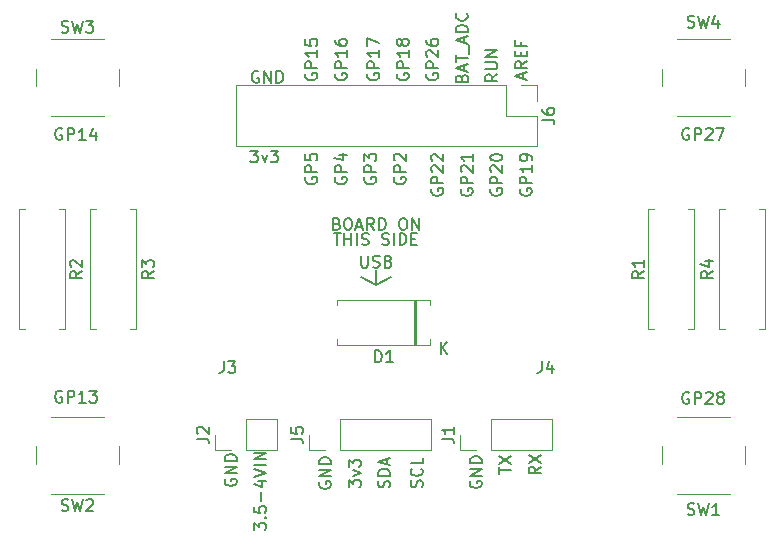
<source format=gbr>
%TF.GenerationSoftware,KiCad,Pcbnew,(6.0.5)*%
%TF.CreationDate,2023-12-03T22:55:10-05:00*%
%TF.ProjectId,lcd_128_io_board,6c63645f-3132-4385-9f69-6f5f626f6172,rev?*%
%TF.SameCoordinates,Original*%
%TF.FileFunction,Legend,Top*%
%TF.FilePolarity,Positive*%
%FSLAX46Y46*%
G04 Gerber Fmt 4.6, Leading zero omitted, Abs format (unit mm)*
G04 Created by KiCad (PCBNEW (6.0.5)) date 2023-12-03 22:55:10*
%MOMM*%
%LPD*%
G01*
G04 APERTURE LIST*
%ADD10C,0.150000*%
%ADD11C,0.120000*%
G04 APERTURE END LIST*
D10*
X127008095Y-111847380D02*
X127008095Y-112656904D01*
X127055714Y-112752142D01*
X127103333Y-112799761D01*
X127198571Y-112847380D01*
X127389047Y-112847380D01*
X127484285Y-112799761D01*
X127531904Y-112752142D01*
X127579523Y-112656904D01*
X127579523Y-111847380D01*
X128008095Y-112799761D02*
X128150952Y-112847380D01*
X128389047Y-112847380D01*
X128484285Y-112799761D01*
X128531904Y-112752142D01*
X128579523Y-112656904D01*
X128579523Y-112561666D01*
X128531904Y-112466428D01*
X128484285Y-112418809D01*
X128389047Y-112371190D01*
X128198571Y-112323571D01*
X128103333Y-112275952D01*
X128055714Y-112228333D01*
X128008095Y-112133095D01*
X128008095Y-112037857D01*
X128055714Y-111942619D01*
X128103333Y-111895000D01*
X128198571Y-111847380D01*
X128436666Y-111847380D01*
X128579523Y-111895000D01*
X129341428Y-112323571D02*
X129484285Y-112371190D01*
X129531904Y-112418809D01*
X129579523Y-112514047D01*
X129579523Y-112656904D01*
X129531904Y-112752142D01*
X129484285Y-112799761D01*
X129389047Y-112847380D01*
X129008095Y-112847380D01*
X129008095Y-111847380D01*
X129341428Y-111847380D01*
X129436666Y-111895000D01*
X129484285Y-111942619D01*
X129531904Y-112037857D01*
X129531904Y-112133095D01*
X129484285Y-112228333D01*
X129436666Y-112275952D01*
X129341428Y-112323571D01*
X129008095Y-112323571D01*
X128270000Y-114300000D02*
X127000000Y-113665000D01*
X128270000Y-114300000D02*
X129540000Y-113665000D01*
X128270000Y-113030000D02*
X128270000Y-114300000D01*
X124698571Y-109942380D02*
X125270000Y-109942380D01*
X124984285Y-110942380D02*
X124984285Y-109942380D01*
X125603333Y-110942380D02*
X125603333Y-109942380D01*
X125603333Y-110418571D02*
X126174761Y-110418571D01*
X126174761Y-110942380D02*
X126174761Y-109942380D01*
X126650952Y-110942380D02*
X126650952Y-109942380D01*
X127079523Y-110894761D02*
X127222380Y-110942380D01*
X127460476Y-110942380D01*
X127555714Y-110894761D01*
X127603333Y-110847142D01*
X127650952Y-110751904D01*
X127650952Y-110656666D01*
X127603333Y-110561428D01*
X127555714Y-110513809D01*
X127460476Y-110466190D01*
X127270000Y-110418571D01*
X127174761Y-110370952D01*
X127127142Y-110323333D01*
X127079523Y-110228095D01*
X127079523Y-110132857D01*
X127127142Y-110037619D01*
X127174761Y-109990000D01*
X127270000Y-109942380D01*
X127508095Y-109942380D01*
X127650952Y-109990000D01*
X128793809Y-110894761D02*
X128936666Y-110942380D01*
X129174761Y-110942380D01*
X129270000Y-110894761D01*
X129317619Y-110847142D01*
X129365238Y-110751904D01*
X129365238Y-110656666D01*
X129317619Y-110561428D01*
X129270000Y-110513809D01*
X129174761Y-110466190D01*
X128984285Y-110418571D01*
X128889047Y-110370952D01*
X128841428Y-110323333D01*
X128793809Y-110228095D01*
X128793809Y-110132857D01*
X128841428Y-110037619D01*
X128889047Y-109990000D01*
X128984285Y-109942380D01*
X129222380Y-109942380D01*
X129365238Y-109990000D01*
X129793809Y-110942380D02*
X129793809Y-109942380D01*
X130270000Y-110942380D02*
X130270000Y-109942380D01*
X130508095Y-109942380D01*
X130650952Y-109990000D01*
X130746190Y-110085238D01*
X130793809Y-110180476D01*
X130841428Y-110370952D01*
X130841428Y-110513809D01*
X130793809Y-110704285D01*
X130746190Y-110799523D01*
X130650952Y-110894761D01*
X130508095Y-110942380D01*
X130270000Y-110942380D01*
X131270000Y-110418571D02*
X131603333Y-110418571D01*
X131746190Y-110942380D02*
X131270000Y-110942380D01*
X131270000Y-109942380D01*
X131746190Y-109942380D01*
X124960476Y-109148571D02*
X125103333Y-109196190D01*
X125150952Y-109243809D01*
X125198571Y-109339047D01*
X125198571Y-109481904D01*
X125150952Y-109577142D01*
X125103333Y-109624761D01*
X125008095Y-109672380D01*
X124627142Y-109672380D01*
X124627142Y-108672380D01*
X124960476Y-108672380D01*
X125055714Y-108720000D01*
X125103333Y-108767619D01*
X125150952Y-108862857D01*
X125150952Y-108958095D01*
X125103333Y-109053333D01*
X125055714Y-109100952D01*
X124960476Y-109148571D01*
X124627142Y-109148571D01*
X125817619Y-108672380D02*
X126008095Y-108672380D01*
X126103333Y-108720000D01*
X126198571Y-108815238D01*
X126246190Y-109005714D01*
X126246190Y-109339047D01*
X126198571Y-109529523D01*
X126103333Y-109624761D01*
X126008095Y-109672380D01*
X125817619Y-109672380D01*
X125722380Y-109624761D01*
X125627142Y-109529523D01*
X125579523Y-109339047D01*
X125579523Y-109005714D01*
X125627142Y-108815238D01*
X125722380Y-108720000D01*
X125817619Y-108672380D01*
X126627142Y-109386666D02*
X127103333Y-109386666D01*
X126531904Y-109672380D02*
X126865238Y-108672380D01*
X127198571Y-109672380D01*
X128103333Y-109672380D02*
X127770000Y-109196190D01*
X127531904Y-109672380D02*
X127531904Y-108672380D01*
X127912857Y-108672380D01*
X128008095Y-108720000D01*
X128055714Y-108767619D01*
X128103333Y-108862857D01*
X128103333Y-109005714D01*
X128055714Y-109100952D01*
X128008095Y-109148571D01*
X127912857Y-109196190D01*
X127531904Y-109196190D01*
X128531904Y-109672380D02*
X128531904Y-108672380D01*
X128770000Y-108672380D01*
X128912857Y-108720000D01*
X129008095Y-108815238D01*
X129055714Y-108910476D01*
X129103333Y-109100952D01*
X129103333Y-109243809D01*
X129055714Y-109434285D01*
X129008095Y-109529523D01*
X128912857Y-109624761D01*
X128770000Y-109672380D01*
X128531904Y-109672380D01*
X130484285Y-108672380D02*
X130674761Y-108672380D01*
X130770000Y-108720000D01*
X130865238Y-108815238D01*
X130912857Y-109005714D01*
X130912857Y-109339047D01*
X130865238Y-109529523D01*
X130770000Y-109624761D01*
X130674761Y-109672380D01*
X130484285Y-109672380D01*
X130389047Y-109624761D01*
X130293809Y-109529523D01*
X130246190Y-109339047D01*
X130246190Y-109005714D01*
X130293809Y-108815238D01*
X130389047Y-108720000D01*
X130484285Y-108672380D01*
X131341428Y-109672380D02*
X131341428Y-108672380D01*
X131912857Y-109672380D01*
X131912857Y-108672380D01*
X154765523Y-101100000D02*
X154670285Y-101052380D01*
X154527428Y-101052380D01*
X154384571Y-101100000D01*
X154289333Y-101195238D01*
X154241714Y-101290476D01*
X154194095Y-101480952D01*
X154194095Y-101623809D01*
X154241714Y-101814285D01*
X154289333Y-101909523D01*
X154384571Y-102004761D01*
X154527428Y-102052380D01*
X154622666Y-102052380D01*
X154765523Y-102004761D01*
X154813142Y-101957142D01*
X154813142Y-101623809D01*
X154622666Y-101623809D01*
X155241714Y-102052380D02*
X155241714Y-101052380D01*
X155622666Y-101052380D01*
X155717904Y-101100000D01*
X155765523Y-101147619D01*
X155813142Y-101242857D01*
X155813142Y-101385714D01*
X155765523Y-101480952D01*
X155717904Y-101528571D01*
X155622666Y-101576190D01*
X155241714Y-101576190D01*
X156194095Y-101147619D02*
X156241714Y-101100000D01*
X156336952Y-101052380D01*
X156575047Y-101052380D01*
X156670285Y-101100000D01*
X156717904Y-101147619D01*
X156765523Y-101242857D01*
X156765523Y-101338095D01*
X156717904Y-101480952D01*
X156146476Y-102052380D01*
X156765523Y-102052380D01*
X157098857Y-101052380D02*
X157765523Y-101052380D01*
X157336952Y-102052380D01*
X154765523Y-123452000D02*
X154670285Y-123404380D01*
X154527428Y-123404380D01*
X154384571Y-123452000D01*
X154289333Y-123547238D01*
X154241714Y-123642476D01*
X154194095Y-123832952D01*
X154194095Y-123975809D01*
X154241714Y-124166285D01*
X154289333Y-124261523D01*
X154384571Y-124356761D01*
X154527428Y-124404380D01*
X154622666Y-124404380D01*
X154765523Y-124356761D01*
X154813142Y-124309142D01*
X154813142Y-123975809D01*
X154622666Y-123975809D01*
X155241714Y-124404380D02*
X155241714Y-123404380D01*
X155622666Y-123404380D01*
X155717904Y-123452000D01*
X155765523Y-123499619D01*
X155813142Y-123594857D01*
X155813142Y-123737714D01*
X155765523Y-123832952D01*
X155717904Y-123880571D01*
X155622666Y-123928190D01*
X155241714Y-123928190D01*
X156194095Y-123499619D02*
X156241714Y-123452000D01*
X156336952Y-123404380D01*
X156575047Y-123404380D01*
X156670285Y-123452000D01*
X156717904Y-123499619D01*
X156765523Y-123594857D01*
X156765523Y-123690095D01*
X156717904Y-123832952D01*
X156146476Y-124404380D01*
X156765523Y-124404380D01*
X157336952Y-123832952D02*
X157241714Y-123785333D01*
X157194095Y-123737714D01*
X157146476Y-123642476D01*
X157146476Y-123594857D01*
X157194095Y-123499619D01*
X157241714Y-123452000D01*
X157336952Y-123404380D01*
X157527428Y-123404380D01*
X157622666Y-123452000D01*
X157670285Y-123499619D01*
X157717904Y-123594857D01*
X157717904Y-123642476D01*
X157670285Y-123737714D01*
X157622666Y-123785333D01*
X157527428Y-123832952D01*
X157336952Y-123832952D01*
X157241714Y-123880571D01*
X157194095Y-123928190D01*
X157146476Y-124023428D01*
X157146476Y-124213904D01*
X157194095Y-124309142D01*
X157241714Y-124356761D01*
X157336952Y-124404380D01*
X157527428Y-124404380D01*
X157622666Y-124356761D01*
X157670285Y-124309142D01*
X157717904Y-124213904D01*
X157717904Y-124023428D01*
X157670285Y-123928190D01*
X157622666Y-123880571D01*
X157527428Y-123832952D01*
X101679523Y-123325000D02*
X101584285Y-123277380D01*
X101441428Y-123277380D01*
X101298571Y-123325000D01*
X101203333Y-123420238D01*
X101155714Y-123515476D01*
X101108095Y-123705952D01*
X101108095Y-123848809D01*
X101155714Y-124039285D01*
X101203333Y-124134523D01*
X101298571Y-124229761D01*
X101441428Y-124277380D01*
X101536666Y-124277380D01*
X101679523Y-124229761D01*
X101727142Y-124182142D01*
X101727142Y-123848809D01*
X101536666Y-123848809D01*
X102155714Y-124277380D02*
X102155714Y-123277380D01*
X102536666Y-123277380D01*
X102631904Y-123325000D01*
X102679523Y-123372619D01*
X102727142Y-123467857D01*
X102727142Y-123610714D01*
X102679523Y-123705952D01*
X102631904Y-123753571D01*
X102536666Y-123801190D01*
X102155714Y-123801190D01*
X103679523Y-124277380D02*
X103108095Y-124277380D01*
X103393809Y-124277380D02*
X103393809Y-123277380D01*
X103298571Y-123420238D01*
X103203333Y-123515476D01*
X103108095Y-123563095D01*
X104012857Y-123277380D02*
X104631904Y-123277380D01*
X104298571Y-123658333D01*
X104441428Y-123658333D01*
X104536666Y-123705952D01*
X104584285Y-123753571D01*
X104631904Y-123848809D01*
X104631904Y-124086904D01*
X104584285Y-124182142D01*
X104536666Y-124229761D01*
X104441428Y-124277380D01*
X104155714Y-124277380D01*
X104060476Y-124229761D01*
X104012857Y-124182142D01*
X101679523Y-101100000D02*
X101584285Y-101052380D01*
X101441428Y-101052380D01*
X101298571Y-101100000D01*
X101203333Y-101195238D01*
X101155714Y-101290476D01*
X101108095Y-101480952D01*
X101108095Y-101623809D01*
X101155714Y-101814285D01*
X101203333Y-101909523D01*
X101298571Y-102004761D01*
X101441428Y-102052380D01*
X101536666Y-102052380D01*
X101679523Y-102004761D01*
X101727142Y-101957142D01*
X101727142Y-101623809D01*
X101536666Y-101623809D01*
X102155714Y-102052380D02*
X102155714Y-101052380D01*
X102536666Y-101052380D01*
X102631904Y-101100000D01*
X102679523Y-101147619D01*
X102727142Y-101242857D01*
X102727142Y-101385714D01*
X102679523Y-101480952D01*
X102631904Y-101528571D01*
X102536666Y-101576190D01*
X102155714Y-101576190D01*
X103679523Y-102052380D02*
X103108095Y-102052380D01*
X103393809Y-102052380D02*
X103393809Y-101052380D01*
X103298571Y-101195238D01*
X103203333Y-101290476D01*
X103108095Y-101338095D01*
X104536666Y-101385714D02*
X104536666Y-102052380D01*
X104298571Y-101004761D02*
X104060476Y-101719047D01*
X104679523Y-101719047D01*
X133000000Y-106190476D02*
X132952380Y-106285714D01*
X132952380Y-106428571D01*
X133000000Y-106571428D01*
X133095238Y-106666666D01*
X133190476Y-106714285D01*
X133380952Y-106761904D01*
X133523809Y-106761904D01*
X133714285Y-106714285D01*
X133809523Y-106666666D01*
X133904761Y-106571428D01*
X133952380Y-106428571D01*
X133952380Y-106333333D01*
X133904761Y-106190476D01*
X133857142Y-106142857D01*
X133523809Y-106142857D01*
X133523809Y-106333333D01*
X133952380Y-105714285D02*
X132952380Y-105714285D01*
X132952380Y-105333333D01*
X133000000Y-105238095D01*
X133047619Y-105190476D01*
X133142857Y-105142857D01*
X133285714Y-105142857D01*
X133380952Y-105190476D01*
X133428571Y-105238095D01*
X133476190Y-105333333D01*
X133476190Y-105714285D01*
X133047619Y-104761904D02*
X133000000Y-104714285D01*
X132952380Y-104619047D01*
X132952380Y-104380952D01*
X133000000Y-104285714D01*
X133047619Y-104238095D01*
X133142857Y-104190476D01*
X133238095Y-104190476D01*
X133380952Y-104238095D01*
X133952380Y-104809523D01*
X133952380Y-104190476D01*
X133047619Y-103809523D02*
X133000000Y-103761904D01*
X132952380Y-103666666D01*
X132952380Y-103428571D01*
X133000000Y-103333333D01*
X133047619Y-103285714D01*
X133142857Y-103238095D01*
X133238095Y-103238095D01*
X133380952Y-103285714D01*
X133952380Y-103857142D01*
X133952380Y-103238095D01*
X124848443Y-96441319D02*
X124800823Y-96536557D01*
X124800823Y-96679414D01*
X124848443Y-96822271D01*
X124943681Y-96917509D01*
X125038919Y-96965128D01*
X125229395Y-97012747D01*
X125372252Y-97012747D01*
X125562728Y-96965128D01*
X125657966Y-96917509D01*
X125753204Y-96822271D01*
X125800823Y-96679414D01*
X125800823Y-96584176D01*
X125753204Y-96441319D01*
X125705585Y-96393700D01*
X125372252Y-96393700D01*
X125372252Y-96584176D01*
X125800823Y-95965128D02*
X124800823Y-95965128D01*
X124800823Y-95584176D01*
X124848443Y-95488938D01*
X124896062Y-95441319D01*
X124991300Y-95393700D01*
X125134157Y-95393700D01*
X125229395Y-95441319D01*
X125277014Y-95488938D01*
X125324633Y-95584176D01*
X125324633Y-95965128D01*
X125800823Y-94441319D02*
X125800823Y-95012747D01*
X125800823Y-94727033D02*
X124800823Y-94727033D01*
X124943681Y-94822271D01*
X125038919Y-94917509D01*
X125086538Y-95012747D01*
X124800823Y-93584176D02*
X124800823Y-93774652D01*
X124848443Y-93869890D01*
X124896062Y-93917509D01*
X125038919Y-94012747D01*
X125229395Y-94060366D01*
X125610347Y-94060366D01*
X125705585Y-94012747D01*
X125753204Y-93965128D01*
X125800823Y-93869890D01*
X125800823Y-93679414D01*
X125753204Y-93584176D01*
X125705585Y-93536557D01*
X125610347Y-93488938D01*
X125372252Y-93488938D01*
X125277014Y-93536557D01*
X125229395Y-93584176D01*
X125181776Y-93679414D01*
X125181776Y-93869890D01*
X125229395Y-93965128D01*
X125277014Y-94012747D01*
X125372252Y-94060366D01*
X127336255Y-105214285D02*
X127288635Y-105309523D01*
X127288635Y-105452380D01*
X127336255Y-105595238D01*
X127431493Y-105690476D01*
X127526731Y-105738095D01*
X127717207Y-105785714D01*
X127860064Y-105785714D01*
X128050540Y-105738095D01*
X128145778Y-105690476D01*
X128241016Y-105595238D01*
X128288635Y-105452380D01*
X128288635Y-105357142D01*
X128241016Y-105214285D01*
X128193397Y-105166666D01*
X127860064Y-105166666D01*
X127860064Y-105357142D01*
X128288635Y-104738095D02*
X127288635Y-104738095D01*
X127288635Y-104357142D01*
X127336255Y-104261904D01*
X127383874Y-104214285D01*
X127479112Y-104166666D01*
X127621969Y-104166666D01*
X127717207Y-104214285D01*
X127764826Y-104261904D01*
X127812445Y-104357142D01*
X127812445Y-104738095D01*
X127288635Y-103833333D02*
X127288635Y-103214285D01*
X127669588Y-103547619D01*
X127669588Y-103404761D01*
X127717207Y-103309523D01*
X127764826Y-103261904D01*
X127860064Y-103214285D01*
X128098159Y-103214285D01*
X128193397Y-103261904D01*
X128241016Y-103309523D01*
X128288635Y-103404761D01*
X128288635Y-103690476D01*
X128241016Y-103785714D01*
X128193397Y-103833333D01*
X135514826Y-96797619D02*
X135562445Y-96654761D01*
X135610064Y-96607142D01*
X135705302Y-96559523D01*
X135848159Y-96559523D01*
X135943397Y-96607142D01*
X135991016Y-96654761D01*
X136038635Y-96750000D01*
X136038635Y-97130952D01*
X135038635Y-97130952D01*
X135038635Y-96797619D01*
X135086255Y-96702380D01*
X135133874Y-96654761D01*
X135229112Y-96607142D01*
X135324350Y-96607142D01*
X135419588Y-96654761D01*
X135467207Y-96702380D01*
X135514826Y-96797619D01*
X135514826Y-97130952D01*
X135752921Y-96178571D02*
X135752921Y-95702380D01*
X136038635Y-96273809D02*
X135038635Y-95940476D01*
X136038635Y-95607142D01*
X135038635Y-95416666D02*
X135038635Y-94845238D01*
X136038635Y-95130952D02*
X135038635Y-95130952D01*
X136133874Y-94750000D02*
X136133874Y-93988095D01*
X135752921Y-93797619D02*
X135752921Y-93321428D01*
X136038635Y-93892857D02*
X135038635Y-93559523D01*
X136038635Y-93226190D01*
X136038635Y-92892857D02*
X135038635Y-92892857D01*
X135038635Y-92654761D01*
X135086255Y-92511904D01*
X135181493Y-92416666D01*
X135276731Y-92369047D01*
X135467207Y-92321428D01*
X135610064Y-92321428D01*
X135800540Y-92369047D01*
X135895778Y-92416666D01*
X135991016Y-92511904D01*
X136038635Y-92654761D01*
X136038635Y-92892857D01*
X135943397Y-91321428D02*
X135991016Y-91369047D01*
X136038635Y-91511904D01*
X136038635Y-91607142D01*
X135991016Y-91750000D01*
X135895778Y-91845238D01*
X135800540Y-91892857D01*
X135610064Y-91940476D01*
X135467207Y-91940476D01*
X135276731Y-91892857D01*
X135181493Y-91845238D01*
X135086255Y-91750000D01*
X135038635Y-91607142D01*
X135038635Y-91511904D01*
X135086255Y-91369047D01*
X135133874Y-91321428D01*
X135500000Y-106190476D02*
X135452380Y-106285714D01*
X135452380Y-106428571D01*
X135500000Y-106571428D01*
X135595238Y-106666666D01*
X135690476Y-106714285D01*
X135880952Y-106761904D01*
X136023809Y-106761904D01*
X136214285Y-106714285D01*
X136309523Y-106666666D01*
X136404761Y-106571428D01*
X136452380Y-106428571D01*
X136452380Y-106333333D01*
X136404761Y-106190476D01*
X136357142Y-106142857D01*
X136023809Y-106142857D01*
X136023809Y-106333333D01*
X136452380Y-105714285D02*
X135452380Y-105714285D01*
X135452380Y-105333333D01*
X135500000Y-105238095D01*
X135547619Y-105190476D01*
X135642857Y-105142857D01*
X135785714Y-105142857D01*
X135880952Y-105190476D01*
X135928571Y-105238095D01*
X135976190Y-105333333D01*
X135976190Y-105714285D01*
X135547619Y-104761904D02*
X135500000Y-104714285D01*
X135452380Y-104619047D01*
X135452380Y-104380952D01*
X135500000Y-104285714D01*
X135547619Y-104238095D01*
X135642857Y-104190476D01*
X135738095Y-104190476D01*
X135880952Y-104238095D01*
X136452380Y-104809523D01*
X136452380Y-104190476D01*
X136452380Y-103238095D02*
X136452380Y-103809523D01*
X136452380Y-103523809D02*
X135452380Y-103523809D01*
X135595238Y-103619047D01*
X135690476Y-103714285D01*
X135738095Y-103809523D01*
X129836255Y-105214285D02*
X129788635Y-105309523D01*
X129788635Y-105452380D01*
X129836255Y-105595238D01*
X129931493Y-105690476D01*
X130026731Y-105738095D01*
X130217207Y-105785714D01*
X130360064Y-105785714D01*
X130550540Y-105738095D01*
X130645778Y-105690476D01*
X130741016Y-105595238D01*
X130788635Y-105452380D01*
X130788635Y-105357142D01*
X130741016Y-105214285D01*
X130693397Y-105166666D01*
X130360064Y-105166666D01*
X130360064Y-105357142D01*
X130788635Y-104738095D02*
X129788635Y-104738095D01*
X129788635Y-104357142D01*
X129836255Y-104261904D01*
X129883874Y-104214285D01*
X129979112Y-104166666D01*
X130121969Y-104166666D01*
X130217207Y-104214285D01*
X130264826Y-104261904D01*
X130312445Y-104357142D01*
X130312445Y-104738095D01*
X129883874Y-103785714D02*
X129836255Y-103738095D01*
X129788635Y-103642857D01*
X129788635Y-103404761D01*
X129836255Y-103309523D01*
X129883874Y-103261904D01*
X129979112Y-103214285D01*
X130074350Y-103214285D01*
X130217207Y-103261904D01*
X130788635Y-103833333D01*
X130788635Y-103214285D01*
X117645778Y-102952380D02*
X118264826Y-102952380D01*
X117931493Y-103333333D01*
X118074350Y-103333333D01*
X118169588Y-103380952D01*
X118217207Y-103428571D01*
X118264826Y-103523809D01*
X118264826Y-103761904D01*
X118217207Y-103857142D01*
X118169588Y-103904761D01*
X118074350Y-103952380D01*
X117788635Y-103952380D01*
X117693397Y-103904761D01*
X117645778Y-103857142D01*
X118598159Y-103285714D02*
X118836255Y-103952380D01*
X119074350Y-103285714D01*
X119360064Y-102952380D02*
X119979112Y-102952380D01*
X119645778Y-103333333D01*
X119788635Y-103333333D01*
X119883874Y-103380952D01*
X119931493Y-103428571D01*
X119979112Y-103523809D01*
X119979112Y-103761904D01*
X119931493Y-103857142D01*
X119883874Y-103904761D01*
X119788635Y-103952380D01*
X119502921Y-103952380D01*
X119407683Y-103904761D01*
X119360064Y-103857142D01*
X117952380Y-135083333D02*
X117952380Y-134464285D01*
X118333333Y-134797619D01*
X118333333Y-134654761D01*
X118380952Y-134559523D01*
X118428571Y-134511904D01*
X118523809Y-134464285D01*
X118761904Y-134464285D01*
X118857142Y-134511904D01*
X118904761Y-134559523D01*
X118952380Y-134654761D01*
X118952380Y-134940476D01*
X118904761Y-135035714D01*
X118857142Y-135083333D01*
X118857142Y-134035714D02*
X118904761Y-133988095D01*
X118952380Y-134035714D01*
X118904761Y-134083333D01*
X118857142Y-134035714D01*
X118952380Y-134035714D01*
X117952380Y-133083333D02*
X117952380Y-133559523D01*
X118428571Y-133607142D01*
X118380952Y-133559523D01*
X118333333Y-133464285D01*
X118333333Y-133226190D01*
X118380952Y-133130952D01*
X118428571Y-133083333D01*
X118523809Y-133035714D01*
X118761904Y-133035714D01*
X118857142Y-133083333D01*
X118904761Y-133130952D01*
X118952380Y-133226190D01*
X118952380Y-133464285D01*
X118904761Y-133559523D01*
X118857142Y-133607142D01*
X118571428Y-132607142D02*
X118571428Y-131845238D01*
X118285714Y-130940476D02*
X118952380Y-130940476D01*
X117904761Y-131178571D02*
X118619047Y-131416666D01*
X118619047Y-130797619D01*
X117952380Y-130559523D02*
X118952380Y-130226190D01*
X117952380Y-129892857D01*
X118952380Y-129559523D02*
X117952380Y-129559523D01*
X118952380Y-129083333D02*
X117952380Y-129083333D01*
X118952380Y-128511904D01*
X117952380Y-128511904D01*
X130086255Y-96440476D02*
X130038635Y-96535714D01*
X130038635Y-96678571D01*
X130086255Y-96821428D01*
X130181493Y-96916666D01*
X130276731Y-96964285D01*
X130467207Y-97011904D01*
X130610064Y-97011904D01*
X130800540Y-96964285D01*
X130895778Y-96916666D01*
X130991016Y-96821428D01*
X131038635Y-96678571D01*
X131038635Y-96583333D01*
X130991016Y-96440476D01*
X130943397Y-96392857D01*
X130610064Y-96392857D01*
X130610064Y-96583333D01*
X131038635Y-95964285D02*
X130038635Y-95964285D01*
X130038635Y-95583333D01*
X130086255Y-95488095D01*
X130133874Y-95440476D01*
X130229112Y-95392857D01*
X130371969Y-95392857D01*
X130467207Y-95440476D01*
X130514826Y-95488095D01*
X130562445Y-95583333D01*
X130562445Y-95964285D01*
X131038635Y-94440476D02*
X131038635Y-95011904D01*
X131038635Y-94726190D02*
X130038635Y-94726190D01*
X130181493Y-94821428D01*
X130276731Y-94916666D01*
X130324350Y-95011904D01*
X130467207Y-93869047D02*
X130419588Y-93964285D01*
X130371969Y-94011904D01*
X130276731Y-94059523D01*
X130229112Y-94059523D01*
X130133874Y-94011904D01*
X130086255Y-93964285D01*
X130038635Y-93869047D01*
X130038635Y-93678571D01*
X130086255Y-93583333D01*
X130133874Y-93535714D01*
X130229112Y-93488095D01*
X130276731Y-93488095D01*
X130371969Y-93535714D01*
X130419588Y-93583333D01*
X130467207Y-93678571D01*
X130467207Y-93869047D01*
X130514826Y-93964285D01*
X130562445Y-94011904D01*
X130657683Y-94059523D01*
X130848159Y-94059523D01*
X130943397Y-94011904D01*
X130991016Y-93964285D01*
X131038635Y-93869047D01*
X131038635Y-93678571D01*
X130991016Y-93583333D01*
X130943397Y-93535714D01*
X130848159Y-93488095D01*
X130657683Y-93488095D01*
X130562445Y-93535714D01*
X130514826Y-93583333D01*
X130467207Y-93678571D01*
X118324350Y-96250000D02*
X118229112Y-96202380D01*
X118086255Y-96202380D01*
X117943397Y-96250000D01*
X117848159Y-96345238D01*
X117800540Y-96440476D01*
X117752921Y-96630952D01*
X117752921Y-96773809D01*
X117800540Y-96964285D01*
X117848159Y-97059523D01*
X117943397Y-97154761D01*
X118086255Y-97202380D01*
X118181493Y-97202380D01*
X118324350Y-97154761D01*
X118371969Y-97107142D01*
X118371969Y-96773809D01*
X118181493Y-96773809D01*
X118800540Y-97202380D02*
X118800540Y-96202380D01*
X119371969Y-97202380D01*
X119371969Y-96202380D01*
X119848159Y-97202380D02*
X119848159Y-96202380D01*
X120086255Y-96202380D01*
X120229112Y-96250000D01*
X120324350Y-96345238D01*
X120371969Y-96440476D01*
X120419588Y-96630952D01*
X120419588Y-96773809D01*
X120371969Y-96964285D01*
X120324350Y-97059523D01*
X120229112Y-97154761D01*
X120086255Y-97202380D01*
X119848159Y-97202380D01*
X142214380Y-129706666D02*
X141738190Y-130040000D01*
X142214380Y-130278095D02*
X141214380Y-130278095D01*
X141214380Y-129897142D01*
X141262000Y-129801904D01*
X141309619Y-129754285D01*
X141404857Y-129706666D01*
X141547714Y-129706666D01*
X141642952Y-129754285D01*
X141690571Y-129801904D01*
X141738190Y-129897142D01*
X141738190Y-130278095D01*
X141214380Y-129373333D02*
X142214380Y-128706666D01*
X141214380Y-128706666D02*
X142214380Y-129373333D01*
X140500000Y-106190476D02*
X140452380Y-106285714D01*
X140452380Y-106428571D01*
X140500000Y-106571428D01*
X140595238Y-106666666D01*
X140690476Y-106714285D01*
X140880952Y-106761904D01*
X141023809Y-106761904D01*
X141214285Y-106714285D01*
X141309523Y-106666666D01*
X141404761Y-106571428D01*
X141452380Y-106428571D01*
X141452380Y-106333333D01*
X141404761Y-106190476D01*
X141357142Y-106142857D01*
X141023809Y-106142857D01*
X141023809Y-106333333D01*
X141452380Y-105714285D02*
X140452380Y-105714285D01*
X140452380Y-105333333D01*
X140500000Y-105238095D01*
X140547619Y-105190476D01*
X140642857Y-105142857D01*
X140785714Y-105142857D01*
X140880952Y-105190476D01*
X140928571Y-105238095D01*
X140976190Y-105333333D01*
X140976190Y-105714285D01*
X141452380Y-104190476D02*
X141452380Y-104761904D01*
X141452380Y-104476190D02*
X140452380Y-104476190D01*
X140595238Y-104571428D01*
X140690476Y-104666666D01*
X140738095Y-104761904D01*
X141452380Y-103714285D02*
X141452380Y-103523809D01*
X141404761Y-103428571D01*
X141357142Y-103380952D01*
X141214285Y-103285714D01*
X141023809Y-103238095D01*
X140642857Y-103238095D01*
X140547619Y-103285714D01*
X140500000Y-103333333D01*
X140452380Y-103428571D01*
X140452380Y-103619047D01*
X140500000Y-103714285D01*
X140547619Y-103761904D01*
X140642857Y-103809523D01*
X140880952Y-103809523D01*
X140976190Y-103761904D01*
X141023809Y-103714285D01*
X141071428Y-103619047D01*
X141071428Y-103428571D01*
X141023809Y-103333333D01*
X140976190Y-103285714D01*
X140880952Y-103238095D01*
X122336255Y-96440476D02*
X122288635Y-96535714D01*
X122288635Y-96678571D01*
X122336255Y-96821428D01*
X122431493Y-96916666D01*
X122526731Y-96964285D01*
X122717207Y-97011904D01*
X122860064Y-97011904D01*
X123050540Y-96964285D01*
X123145778Y-96916666D01*
X123241016Y-96821428D01*
X123288635Y-96678571D01*
X123288635Y-96583333D01*
X123241016Y-96440476D01*
X123193397Y-96392857D01*
X122860064Y-96392857D01*
X122860064Y-96583333D01*
X123288635Y-95964285D02*
X122288635Y-95964285D01*
X122288635Y-95583333D01*
X122336255Y-95488095D01*
X122383874Y-95440476D01*
X122479112Y-95392857D01*
X122621969Y-95392857D01*
X122717207Y-95440476D01*
X122764826Y-95488095D01*
X122812445Y-95583333D01*
X122812445Y-95964285D01*
X123288635Y-94440476D02*
X123288635Y-95011904D01*
X123288635Y-94726190D02*
X122288635Y-94726190D01*
X122431493Y-94821428D01*
X122526731Y-94916666D01*
X122574350Y-95011904D01*
X122288635Y-93535714D02*
X122288635Y-94011904D01*
X122764826Y-94059523D01*
X122717207Y-94011904D01*
X122669588Y-93916666D01*
X122669588Y-93678571D01*
X122717207Y-93583333D01*
X122764826Y-93535714D01*
X122860064Y-93488095D01*
X123098159Y-93488095D01*
X123193397Y-93535714D01*
X123241016Y-93583333D01*
X123288635Y-93678571D01*
X123288635Y-93916666D01*
X123241016Y-94011904D01*
X123193397Y-94059523D01*
X132166761Y-131440476D02*
X132214380Y-131297619D01*
X132214380Y-131059523D01*
X132166761Y-130964285D01*
X132119142Y-130916666D01*
X132023904Y-130869047D01*
X131928666Y-130869047D01*
X131833428Y-130916666D01*
X131785809Y-130964285D01*
X131738190Y-131059523D01*
X131690571Y-131250000D01*
X131642952Y-131345238D01*
X131595333Y-131392857D01*
X131500095Y-131440476D01*
X131404857Y-131440476D01*
X131309619Y-131392857D01*
X131262000Y-131345238D01*
X131214380Y-131250000D01*
X131214380Y-131011904D01*
X131262000Y-130869047D01*
X132119142Y-129869047D02*
X132166761Y-129916666D01*
X132214380Y-130059523D01*
X132214380Y-130154761D01*
X132166761Y-130297619D01*
X132071523Y-130392857D01*
X131976285Y-130440476D01*
X131785809Y-130488095D01*
X131642952Y-130488095D01*
X131452476Y-130440476D01*
X131357238Y-130392857D01*
X131262000Y-130297619D01*
X131214380Y-130154761D01*
X131214380Y-130059523D01*
X131262000Y-129916666D01*
X131309619Y-129869047D01*
X132214380Y-128964285D02*
X132214380Y-129440476D01*
X131214380Y-129440476D01*
X124836255Y-105214285D02*
X124788635Y-105309523D01*
X124788635Y-105452380D01*
X124836255Y-105595238D01*
X124931493Y-105690476D01*
X125026731Y-105738095D01*
X125217207Y-105785714D01*
X125360064Y-105785714D01*
X125550540Y-105738095D01*
X125645778Y-105690476D01*
X125741016Y-105595238D01*
X125788635Y-105452380D01*
X125788635Y-105357142D01*
X125741016Y-105214285D01*
X125693397Y-105166666D01*
X125360064Y-105166666D01*
X125360064Y-105357142D01*
X125788635Y-104738095D02*
X124788635Y-104738095D01*
X124788635Y-104357142D01*
X124836255Y-104261904D01*
X124883874Y-104214285D01*
X124979112Y-104166666D01*
X125121969Y-104166666D01*
X125217207Y-104214285D01*
X125264826Y-104261904D01*
X125312445Y-104357142D01*
X125312445Y-104738095D01*
X125121969Y-103309523D02*
X125788635Y-103309523D01*
X124741016Y-103547619D02*
X125455302Y-103785714D01*
X125455302Y-103166666D01*
X138714380Y-130301904D02*
X138714380Y-129730476D01*
X139714380Y-130016190D02*
X138714380Y-130016190D01*
X138714380Y-129492380D02*
X139714380Y-128825714D01*
X138714380Y-128825714D02*
X139714380Y-129492380D01*
X125964380Y-131440476D02*
X125964380Y-130821428D01*
X126345333Y-131154761D01*
X126345333Y-131011904D01*
X126392952Y-130916666D01*
X126440571Y-130869047D01*
X126535809Y-130821428D01*
X126773904Y-130821428D01*
X126869142Y-130869047D01*
X126916761Y-130916666D01*
X126964380Y-131011904D01*
X126964380Y-131297619D01*
X126916761Y-131392857D01*
X126869142Y-131440476D01*
X126297714Y-130488095D02*
X126964380Y-130250000D01*
X126297714Y-130011904D01*
X125964380Y-129726190D02*
X125964380Y-129107142D01*
X126345333Y-129440476D01*
X126345333Y-129297619D01*
X126392952Y-129202380D01*
X126440571Y-129154761D01*
X126535809Y-129107142D01*
X126773904Y-129107142D01*
X126869142Y-129154761D01*
X126916761Y-129202380D01*
X126964380Y-129297619D01*
X126964380Y-129583333D01*
X126916761Y-129678571D01*
X126869142Y-129726190D01*
X129416761Y-131464285D02*
X129464380Y-131321428D01*
X129464380Y-131083333D01*
X129416761Y-130988095D01*
X129369142Y-130940476D01*
X129273904Y-130892857D01*
X129178666Y-130892857D01*
X129083428Y-130940476D01*
X129035809Y-130988095D01*
X128988190Y-131083333D01*
X128940571Y-131273809D01*
X128892952Y-131369047D01*
X128845333Y-131416666D01*
X128750095Y-131464285D01*
X128654857Y-131464285D01*
X128559619Y-131416666D01*
X128512000Y-131369047D01*
X128464380Y-131273809D01*
X128464380Y-131035714D01*
X128512000Y-130892857D01*
X129464380Y-130464285D02*
X128464380Y-130464285D01*
X128464380Y-130226190D01*
X128512000Y-130083333D01*
X128607238Y-129988095D01*
X128702476Y-129940476D01*
X128892952Y-129892857D01*
X129035809Y-129892857D01*
X129226285Y-129940476D01*
X129321523Y-129988095D01*
X129416761Y-130083333D01*
X129464380Y-130226190D01*
X129464380Y-130464285D01*
X129178666Y-129511904D02*
X129178666Y-129035714D01*
X129464380Y-129607142D02*
X128464380Y-129273809D01*
X129464380Y-128940476D01*
X132586255Y-96440476D02*
X132538635Y-96535714D01*
X132538635Y-96678571D01*
X132586255Y-96821428D01*
X132681493Y-96916666D01*
X132776731Y-96964285D01*
X132967207Y-97011904D01*
X133110064Y-97011904D01*
X133300540Y-96964285D01*
X133395778Y-96916666D01*
X133491016Y-96821428D01*
X133538635Y-96678571D01*
X133538635Y-96583333D01*
X133491016Y-96440476D01*
X133443397Y-96392857D01*
X133110064Y-96392857D01*
X133110064Y-96583333D01*
X133538635Y-95964285D02*
X132538635Y-95964285D01*
X132538635Y-95583333D01*
X132586255Y-95488095D01*
X132633874Y-95440476D01*
X132729112Y-95392857D01*
X132871969Y-95392857D01*
X132967207Y-95440476D01*
X133014826Y-95488095D01*
X133062445Y-95583333D01*
X133062445Y-95964285D01*
X132633874Y-95011904D02*
X132586255Y-94964285D01*
X132538635Y-94869047D01*
X132538635Y-94630952D01*
X132586255Y-94535714D01*
X132633874Y-94488095D01*
X132729112Y-94440476D01*
X132824350Y-94440476D01*
X132967207Y-94488095D01*
X133538635Y-95059523D01*
X133538635Y-94440476D01*
X132538635Y-93583333D02*
X132538635Y-93773809D01*
X132586255Y-93869047D01*
X132633874Y-93916666D01*
X132776731Y-94011904D01*
X132967207Y-94059523D01*
X133348159Y-94059523D01*
X133443397Y-94011904D01*
X133491016Y-93964285D01*
X133538635Y-93869047D01*
X133538635Y-93678571D01*
X133491016Y-93583333D01*
X133443397Y-93535714D01*
X133348159Y-93488095D01*
X133110064Y-93488095D01*
X133014826Y-93535714D01*
X132967207Y-93583333D01*
X132919588Y-93678571D01*
X132919588Y-93869047D01*
X132967207Y-93964285D01*
X133014826Y-94011904D01*
X133110064Y-94059523D01*
X115512000Y-130761904D02*
X115464380Y-130857142D01*
X115464380Y-131000000D01*
X115512000Y-131142857D01*
X115607238Y-131238095D01*
X115702476Y-131285714D01*
X115892952Y-131333333D01*
X116035809Y-131333333D01*
X116226285Y-131285714D01*
X116321523Y-131238095D01*
X116416761Y-131142857D01*
X116464380Y-131000000D01*
X116464380Y-130904761D01*
X116416761Y-130761904D01*
X116369142Y-130714285D01*
X116035809Y-130714285D01*
X116035809Y-130904761D01*
X116464380Y-130285714D02*
X115464380Y-130285714D01*
X116464380Y-129714285D01*
X115464380Y-129714285D01*
X116464380Y-129238095D02*
X115464380Y-129238095D01*
X115464380Y-129000000D01*
X115512000Y-128857142D01*
X115607238Y-128761904D01*
X115702476Y-128714285D01*
X115892952Y-128666666D01*
X116035809Y-128666666D01*
X116226285Y-128714285D01*
X116321523Y-128761904D01*
X116416761Y-128857142D01*
X116464380Y-129000000D01*
X116464380Y-129238095D01*
X123512000Y-131011904D02*
X123464380Y-131107142D01*
X123464380Y-131250000D01*
X123512000Y-131392857D01*
X123607238Y-131488095D01*
X123702476Y-131535714D01*
X123892952Y-131583333D01*
X124035809Y-131583333D01*
X124226285Y-131535714D01*
X124321523Y-131488095D01*
X124416761Y-131392857D01*
X124464380Y-131250000D01*
X124464380Y-131154761D01*
X124416761Y-131011904D01*
X124369142Y-130964285D01*
X124035809Y-130964285D01*
X124035809Y-131154761D01*
X124464380Y-130535714D02*
X123464380Y-130535714D01*
X124464380Y-129964285D01*
X123464380Y-129964285D01*
X124464380Y-129488095D02*
X123464380Y-129488095D01*
X123464380Y-129250000D01*
X123512000Y-129107142D01*
X123607238Y-129011904D01*
X123702476Y-128964285D01*
X123892952Y-128916666D01*
X124035809Y-128916666D01*
X124226285Y-128964285D01*
X124321523Y-129011904D01*
X124416761Y-129107142D01*
X124464380Y-129250000D01*
X124464380Y-129488095D01*
X138538635Y-96488095D02*
X138062445Y-96821428D01*
X138538635Y-97059523D02*
X137538635Y-97059523D01*
X137538635Y-96678571D01*
X137586255Y-96583333D01*
X137633874Y-96535714D01*
X137729112Y-96488095D01*
X137871969Y-96488095D01*
X137967207Y-96535714D01*
X138014826Y-96583333D01*
X138062445Y-96678571D01*
X138062445Y-97059523D01*
X137538635Y-96059523D02*
X138348159Y-96059523D01*
X138443397Y-96011904D01*
X138491016Y-95964285D01*
X138538635Y-95869047D01*
X138538635Y-95678571D01*
X138491016Y-95583333D01*
X138443397Y-95535714D01*
X138348159Y-95488095D01*
X137538635Y-95488095D01*
X138538635Y-95011904D02*
X137538635Y-95011904D01*
X138538635Y-94440476D01*
X137538635Y-94440476D01*
X122336255Y-105214285D02*
X122288635Y-105309523D01*
X122288635Y-105452380D01*
X122336255Y-105595238D01*
X122431493Y-105690476D01*
X122526731Y-105738095D01*
X122717207Y-105785714D01*
X122860064Y-105785714D01*
X123050540Y-105738095D01*
X123145778Y-105690476D01*
X123241016Y-105595238D01*
X123288635Y-105452380D01*
X123288635Y-105357142D01*
X123241016Y-105214285D01*
X123193397Y-105166666D01*
X122860064Y-105166666D01*
X122860064Y-105357142D01*
X123288635Y-104738095D02*
X122288635Y-104738095D01*
X122288635Y-104357142D01*
X122336255Y-104261904D01*
X122383874Y-104214285D01*
X122479112Y-104166666D01*
X122621969Y-104166666D01*
X122717207Y-104214285D01*
X122764826Y-104261904D01*
X122812445Y-104357142D01*
X122812445Y-104738095D01*
X122288635Y-103261904D02*
X122288635Y-103738095D01*
X122764826Y-103785714D01*
X122717207Y-103738095D01*
X122669588Y-103642857D01*
X122669588Y-103404761D01*
X122717207Y-103309523D01*
X122764826Y-103261904D01*
X122860064Y-103214285D01*
X123098159Y-103214285D01*
X123193397Y-103261904D01*
X123241016Y-103309523D01*
X123288635Y-103404761D01*
X123288635Y-103642857D01*
X123241016Y-103738095D01*
X123193397Y-103785714D01*
X127586255Y-96440476D02*
X127538635Y-96535714D01*
X127538635Y-96678571D01*
X127586255Y-96821428D01*
X127681493Y-96916666D01*
X127776731Y-96964285D01*
X127967207Y-97011904D01*
X128110064Y-97011904D01*
X128300540Y-96964285D01*
X128395778Y-96916666D01*
X128491016Y-96821428D01*
X128538635Y-96678571D01*
X128538635Y-96583333D01*
X128491016Y-96440476D01*
X128443397Y-96392857D01*
X128110064Y-96392857D01*
X128110064Y-96583333D01*
X128538635Y-95964285D02*
X127538635Y-95964285D01*
X127538635Y-95583333D01*
X127586255Y-95488095D01*
X127633874Y-95440476D01*
X127729112Y-95392857D01*
X127871969Y-95392857D01*
X127967207Y-95440476D01*
X128014826Y-95488095D01*
X128062445Y-95583333D01*
X128062445Y-95964285D01*
X128538635Y-94440476D02*
X128538635Y-95011904D01*
X128538635Y-94726190D02*
X127538635Y-94726190D01*
X127681493Y-94821428D01*
X127776731Y-94916666D01*
X127824350Y-95011904D01*
X127538635Y-94107142D02*
X127538635Y-93440476D01*
X128538635Y-93869047D01*
X136262000Y-130936904D02*
X136214380Y-131032142D01*
X136214380Y-131175000D01*
X136262000Y-131317857D01*
X136357238Y-131413095D01*
X136452476Y-131460714D01*
X136642952Y-131508333D01*
X136785809Y-131508333D01*
X136976285Y-131460714D01*
X137071523Y-131413095D01*
X137166761Y-131317857D01*
X137214380Y-131175000D01*
X137214380Y-131079761D01*
X137166761Y-130936904D01*
X137119142Y-130889285D01*
X136785809Y-130889285D01*
X136785809Y-131079761D01*
X137214380Y-130460714D02*
X136214380Y-130460714D01*
X137214380Y-129889285D01*
X136214380Y-129889285D01*
X137214380Y-129413095D02*
X136214380Y-129413095D01*
X136214380Y-129175000D01*
X136262000Y-129032142D01*
X136357238Y-128936904D01*
X136452476Y-128889285D01*
X136642952Y-128841666D01*
X136785809Y-128841666D01*
X136976285Y-128889285D01*
X137071523Y-128936904D01*
X137166761Y-129032142D01*
X137214380Y-129175000D01*
X137214380Y-129413095D01*
X140752921Y-96869047D02*
X140752921Y-96392857D01*
X141038635Y-96964285D02*
X140038635Y-96630952D01*
X141038635Y-96297619D01*
X141038635Y-95392857D02*
X140562445Y-95726190D01*
X141038635Y-95964285D02*
X140038635Y-95964285D01*
X140038635Y-95583333D01*
X140086255Y-95488095D01*
X140133874Y-95440476D01*
X140229112Y-95392857D01*
X140371969Y-95392857D01*
X140467207Y-95440476D01*
X140514826Y-95488095D01*
X140562445Y-95583333D01*
X140562445Y-95964285D01*
X140514826Y-94964285D02*
X140514826Y-94630952D01*
X141038635Y-94488095D02*
X141038635Y-94964285D01*
X140038635Y-94964285D01*
X140038635Y-94488095D01*
X140514826Y-93726190D02*
X140514826Y-94059523D01*
X141038635Y-94059523D02*
X140038635Y-94059523D01*
X140038635Y-93583333D01*
X138000000Y-106190476D02*
X137952380Y-106285714D01*
X137952380Y-106428571D01*
X138000000Y-106571428D01*
X138095238Y-106666666D01*
X138190476Y-106714285D01*
X138380952Y-106761904D01*
X138523809Y-106761904D01*
X138714285Y-106714285D01*
X138809523Y-106666666D01*
X138904761Y-106571428D01*
X138952380Y-106428571D01*
X138952380Y-106333333D01*
X138904761Y-106190476D01*
X138857142Y-106142857D01*
X138523809Y-106142857D01*
X138523809Y-106333333D01*
X138952380Y-105714285D02*
X137952380Y-105714285D01*
X137952380Y-105333333D01*
X138000000Y-105238095D01*
X138047619Y-105190476D01*
X138142857Y-105142857D01*
X138285714Y-105142857D01*
X138380952Y-105190476D01*
X138428571Y-105238095D01*
X138476190Y-105333333D01*
X138476190Y-105714285D01*
X138047619Y-104761904D02*
X138000000Y-104714285D01*
X137952380Y-104619047D01*
X137952380Y-104380952D01*
X138000000Y-104285714D01*
X138047619Y-104238095D01*
X138142857Y-104190476D01*
X138238095Y-104190476D01*
X138380952Y-104238095D01*
X138952380Y-104809523D01*
X138952380Y-104190476D01*
X137952380Y-103571428D02*
X137952380Y-103476190D01*
X138000000Y-103380952D01*
X138047619Y-103333333D01*
X138142857Y-103285714D01*
X138333333Y-103238095D01*
X138571428Y-103238095D01*
X138761904Y-103285714D01*
X138857142Y-103333333D01*
X138904761Y-103380952D01*
X138952380Y-103476190D01*
X138952380Y-103571428D01*
X138904761Y-103666666D01*
X138857142Y-103714285D01*
X138761904Y-103761904D01*
X138571428Y-103809523D01*
X138333333Y-103809523D01*
X138142857Y-103761904D01*
X138047619Y-103714285D01*
X138000000Y-103666666D01*
X137952380Y-103571428D01*
%TO.C,J5*%
X121084380Y-127333333D02*
X121798666Y-127333333D01*
X121941523Y-127380952D01*
X122036761Y-127476190D01*
X122084380Y-127619047D01*
X122084380Y-127714285D01*
X121084380Y-126380952D02*
X121084380Y-126857142D01*
X121560571Y-126904761D01*
X121512952Y-126857142D01*
X121465333Y-126761904D01*
X121465333Y-126523809D01*
X121512952Y-126428571D01*
X121560571Y-126380952D01*
X121655809Y-126333333D01*
X121893904Y-126333333D01*
X121989142Y-126380952D01*
X122036761Y-126428571D01*
X122084380Y-126523809D01*
X122084380Y-126761904D01*
X122036761Y-126857142D01*
X121989142Y-126904761D01*
%TO.C,SW1*%
X154666666Y-133754761D02*
X154809523Y-133802380D01*
X155047619Y-133802380D01*
X155142857Y-133754761D01*
X155190476Y-133707142D01*
X155238095Y-133611904D01*
X155238095Y-133516666D01*
X155190476Y-133421428D01*
X155142857Y-133373809D01*
X155047619Y-133326190D01*
X154857142Y-133278571D01*
X154761904Y-133230952D01*
X154714285Y-133183333D01*
X154666666Y-133088095D01*
X154666666Y-132992857D01*
X154714285Y-132897619D01*
X154761904Y-132850000D01*
X154857142Y-132802380D01*
X155095238Y-132802380D01*
X155238095Y-132850000D01*
X155571428Y-132802380D02*
X155809523Y-133802380D01*
X156000000Y-133088095D01*
X156190476Y-133802380D01*
X156428571Y-132802380D01*
X157333333Y-133802380D02*
X156761904Y-133802380D01*
X157047619Y-133802380D02*
X157047619Y-132802380D01*
X156952380Y-132945238D01*
X156857142Y-133040476D01*
X156761904Y-133088095D01*
%TO.C,R4*%
X156782380Y-113166666D02*
X156306190Y-113500000D01*
X156782380Y-113738095D02*
X155782380Y-113738095D01*
X155782380Y-113357142D01*
X155830000Y-113261904D01*
X155877619Y-113214285D01*
X155972857Y-113166666D01*
X156115714Y-113166666D01*
X156210952Y-113214285D01*
X156258571Y-113261904D01*
X156306190Y-113357142D01*
X156306190Y-113738095D01*
X156115714Y-112309523D02*
X156782380Y-112309523D01*
X155734761Y-112547619D02*
X156449047Y-112785714D01*
X156449047Y-112166666D01*
%TO.C,SW3*%
X101666666Y-92904761D02*
X101809523Y-92952380D01*
X102047619Y-92952380D01*
X102142857Y-92904761D01*
X102190476Y-92857142D01*
X102238095Y-92761904D01*
X102238095Y-92666666D01*
X102190476Y-92571428D01*
X102142857Y-92523809D01*
X102047619Y-92476190D01*
X101857142Y-92428571D01*
X101761904Y-92380952D01*
X101714285Y-92333333D01*
X101666666Y-92238095D01*
X101666666Y-92142857D01*
X101714285Y-92047619D01*
X101761904Y-92000000D01*
X101857142Y-91952380D01*
X102095238Y-91952380D01*
X102238095Y-92000000D01*
X102571428Y-91952380D02*
X102809523Y-92952380D01*
X103000000Y-92238095D01*
X103190476Y-92952380D01*
X103428571Y-91952380D01*
X103714285Y-91952380D02*
X104333333Y-91952380D01*
X104000000Y-92333333D01*
X104142857Y-92333333D01*
X104238095Y-92380952D01*
X104285714Y-92428571D01*
X104333333Y-92523809D01*
X104333333Y-92761904D01*
X104285714Y-92857142D01*
X104238095Y-92904761D01*
X104142857Y-92952380D01*
X103857142Y-92952380D01*
X103761904Y-92904761D01*
X103714285Y-92857142D01*
%TO.C,J6*%
X142368635Y-100328333D02*
X143082921Y-100328333D01*
X143225778Y-100375952D01*
X143321016Y-100471190D01*
X143368635Y-100614047D01*
X143368635Y-100709285D01*
X142368635Y-99423571D02*
X142368635Y-99614047D01*
X142416255Y-99709285D01*
X142463874Y-99756904D01*
X142606731Y-99852142D01*
X142797207Y-99899761D01*
X143178159Y-99899761D01*
X143273397Y-99852142D01*
X143321016Y-99804523D01*
X143368635Y-99709285D01*
X143368635Y-99518809D01*
X143321016Y-99423571D01*
X143273397Y-99375952D01*
X143178159Y-99328333D01*
X142940064Y-99328333D01*
X142844826Y-99375952D01*
X142797207Y-99423571D01*
X142749588Y-99518809D01*
X142749588Y-99709285D01*
X142797207Y-99804523D01*
X142844826Y-99852142D01*
X142940064Y-99899761D01*
%TO.C,D1*%
X128181904Y-120872380D02*
X128181904Y-119872380D01*
X128420000Y-119872380D01*
X128562857Y-119920000D01*
X128658095Y-120015238D01*
X128705714Y-120110476D01*
X128753333Y-120300952D01*
X128753333Y-120443809D01*
X128705714Y-120634285D01*
X128658095Y-120729523D01*
X128562857Y-120824761D01*
X128420000Y-120872380D01*
X128181904Y-120872380D01*
X129705714Y-120872380D02*
X129134285Y-120872380D01*
X129420000Y-120872380D02*
X129420000Y-119872380D01*
X129324761Y-120015238D01*
X129229523Y-120110476D01*
X129134285Y-120158095D01*
X133738095Y-120152380D02*
X133738095Y-119152380D01*
X134309523Y-120152380D02*
X133880952Y-119580952D01*
X134309523Y-119152380D02*
X133738095Y-119723809D01*
%TO.C,J1*%
X133859380Y-127333333D02*
X134573666Y-127333333D01*
X134716523Y-127380952D01*
X134811761Y-127476190D01*
X134859380Y-127619047D01*
X134859380Y-127714285D01*
X134859380Y-126333333D02*
X134859380Y-126904761D01*
X134859380Y-126619047D02*
X133859380Y-126619047D01*
X134002238Y-126714285D01*
X134097476Y-126809523D01*
X134145095Y-126904761D01*
%TO.C,J2*%
X113109380Y-127333333D02*
X113823666Y-127333333D01*
X113966523Y-127380952D01*
X114061761Y-127476190D01*
X114109380Y-127619047D01*
X114109380Y-127714285D01*
X113204619Y-126904761D02*
X113157000Y-126857142D01*
X113109380Y-126761904D01*
X113109380Y-126523809D01*
X113157000Y-126428571D01*
X113204619Y-126380952D01*
X113299857Y-126333333D01*
X113395095Y-126333333D01*
X113537952Y-126380952D01*
X114109380Y-126952380D01*
X114109380Y-126333333D01*
%TO.C,R1*%
X150952380Y-113166666D02*
X150476190Y-113500000D01*
X150952380Y-113738095D02*
X149952380Y-113738095D01*
X149952380Y-113357142D01*
X150000000Y-113261904D01*
X150047619Y-113214285D01*
X150142857Y-113166666D01*
X150285714Y-113166666D01*
X150380952Y-113214285D01*
X150428571Y-113261904D01*
X150476190Y-113357142D01*
X150476190Y-113738095D01*
X150952380Y-112214285D02*
X150952380Y-112785714D01*
X150952380Y-112500000D02*
X149952380Y-112500000D01*
X150095238Y-112595238D01*
X150190476Y-112690476D01*
X150238095Y-112785714D01*
%TO.C,SW4*%
X154666666Y-92479761D02*
X154809523Y-92527380D01*
X155047619Y-92527380D01*
X155142857Y-92479761D01*
X155190476Y-92432142D01*
X155238095Y-92336904D01*
X155238095Y-92241666D01*
X155190476Y-92146428D01*
X155142857Y-92098809D01*
X155047619Y-92051190D01*
X154857142Y-92003571D01*
X154761904Y-91955952D01*
X154714285Y-91908333D01*
X154666666Y-91813095D01*
X154666666Y-91717857D01*
X154714285Y-91622619D01*
X154761904Y-91575000D01*
X154857142Y-91527380D01*
X155095238Y-91527380D01*
X155238095Y-91575000D01*
X155571428Y-91527380D02*
X155809523Y-92527380D01*
X156000000Y-91813095D01*
X156190476Y-92527380D01*
X156428571Y-91527380D01*
X157238095Y-91860714D02*
X157238095Y-92527380D01*
X157000000Y-91479761D02*
X156761904Y-92194047D01*
X157380952Y-92194047D01*
%TO.C,R3*%
X109452380Y-113166666D02*
X108976190Y-113500000D01*
X109452380Y-113738095D02*
X108452380Y-113738095D01*
X108452380Y-113357142D01*
X108500000Y-113261904D01*
X108547619Y-113214285D01*
X108642857Y-113166666D01*
X108785714Y-113166666D01*
X108880952Y-113214285D01*
X108928571Y-113261904D01*
X108976190Y-113357142D01*
X108976190Y-113738095D01*
X108452380Y-112833333D02*
X108452380Y-112214285D01*
X108833333Y-112547619D01*
X108833333Y-112404761D01*
X108880952Y-112309523D01*
X108928571Y-112261904D01*
X109023809Y-112214285D01*
X109261904Y-112214285D01*
X109357142Y-112261904D01*
X109404761Y-112309523D01*
X109452380Y-112404761D01*
X109452380Y-112690476D01*
X109404761Y-112785714D01*
X109357142Y-112833333D01*
%TO.C,R2*%
X103372380Y-113166666D02*
X102896190Y-113500000D01*
X103372380Y-113738095D02*
X102372380Y-113738095D01*
X102372380Y-113357142D01*
X102420000Y-113261904D01*
X102467619Y-113214285D01*
X102562857Y-113166666D01*
X102705714Y-113166666D01*
X102800952Y-113214285D01*
X102848571Y-113261904D01*
X102896190Y-113357142D01*
X102896190Y-113738095D01*
X102467619Y-112785714D02*
X102420000Y-112738095D01*
X102372380Y-112642857D01*
X102372380Y-112404761D01*
X102420000Y-112309523D01*
X102467619Y-112261904D01*
X102562857Y-112214285D01*
X102658095Y-112214285D01*
X102800952Y-112261904D01*
X103372380Y-112833333D01*
X103372380Y-112214285D01*
%TO.C,SW2*%
X101666666Y-133404761D02*
X101809523Y-133452380D01*
X102047619Y-133452380D01*
X102142857Y-133404761D01*
X102190476Y-133357142D01*
X102238095Y-133261904D01*
X102238095Y-133166666D01*
X102190476Y-133071428D01*
X102142857Y-133023809D01*
X102047619Y-132976190D01*
X101857142Y-132928571D01*
X101761904Y-132880952D01*
X101714285Y-132833333D01*
X101666666Y-132738095D01*
X101666666Y-132642857D01*
X101714285Y-132547619D01*
X101761904Y-132500000D01*
X101857142Y-132452380D01*
X102095238Y-132452380D01*
X102238095Y-132500000D01*
X102571428Y-132452380D02*
X102809523Y-133452380D01*
X103000000Y-132738095D01*
X103190476Y-133452380D01*
X103428571Y-132452380D01*
X103761904Y-132547619D02*
X103809523Y-132500000D01*
X103904761Y-132452380D01*
X104142857Y-132452380D01*
X104238095Y-132500000D01*
X104285714Y-132547619D01*
X104333333Y-132642857D01*
X104333333Y-132738095D01*
X104285714Y-132880952D01*
X103714285Y-133452380D01*
X104333333Y-133452380D01*
%TO.C,J3*%
X115373666Y-120781380D02*
X115373666Y-121495666D01*
X115326047Y-121638523D01*
X115230809Y-121733761D01*
X115087952Y-121781380D01*
X114992714Y-121781380D01*
X115754619Y-120781380D02*
X116373666Y-120781380D01*
X116040333Y-121162333D01*
X116183190Y-121162333D01*
X116278428Y-121209952D01*
X116326047Y-121257571D01*
X116373666Y-121352809D01*
X116373666Y-121590904D01*
X116326047Y-121686142D01*
X116278428Y-121733761D01*
X116183190Y-121781380D01*
X115897476Y-121781380D01*
X115802238Y-121733761D01*
X115754619Y-121686142D01*
%TO.C,J4*%
X142287666Y-120781380D02*
X142287666Y-121495666D01*
X142240047Y-121638523D01*
X142144809Y-121733761D01*
X142001952Y-121781380D01*
X141906714Y-121781380D01*
X143192428Y-121114714D02*
X143192428Y-121781380D01*
X142954333Y-120733761D02*
X142716238Y-121448047D01*
X143335285Y-121448047D01*
D11*
%TO.C,J5*%
X125232000Y-128330000D02*
X125232000Y-125670000D01*
X123962000Y-128330000D02*
X122632000Y-128330000D01*
X132912000Y-128330000D02*
X132912000Y-125670000D01*
X125232000Y-125670000D02*
X132912000Y-125670000D01*
X122632000Y-128330000D02*
X122632000Y-127000000D01*
X125232000Y-128330000D02*
X132912000Y-128330000D01*
%TO.C,SW1*%
X159500000Y-129500000D02*
X159500000Y-128000000D01*
X153750000Y-132000000D02*
X158250000Y-132000000D01*
X152500000Y-128000000D02*
X152500000Y-129500000D01*
X158250000Y-125500000D02*
X153750000Y-125500000D01*
%TO.C,R4*%
X157330000Y-107930000D02*
X157810000Y-107930000D01*
X157330000Y-118070000D02*
X157330000Y-107930000D01*
X157810000Y-118070000D02*
X157330000Y-118070000D01*
X161170000Y-118070000D02*
X161170000Y-107930000D01*
X160690000Y-118070000D02*
X161170000Y-118070000D01*
X161170000Y-107930000D02*
X160690000Y-107930000D01*
%TO.C,SW3*%
X106500000Y-97500000D02*
X106500000Y-96000000D01*
X105250000Y-93500000D02*
X100750000Y-93500000D01*
X100750000Y-100000000D02*
X105250000Y-100000000D01*
X99500000Y-96000000D02*
X99500000Y-97500000D01*
%TO.C,J6*%
X139316255Y-99995000D02*
X141916255Y-99995000D01*
X139316255Y-97395000D02*
X116396255Y-97395000D01*
X140586255Y-97395000D02*
X141916255Y-97395000D01*
X141916255Y-97395000D02*
X141916255Y-98725000D01*
X139316255Y-97395000D02*
X139316255Y-99995000D01*
X141916255Y-102595000D02*
X116396255Y-102595000D01*
X141916255Y-99995000D02*
X141916255Y-102595000D01*
X116396255Y-97395000D02*
X116396255Y-102595000D01*
%TO.C,D1*%
X131580000Y-119420000D02*
X131580000Y-115580000D01*
X132840000Y-115580000D02*
X125000000Y-115580000D01*
X131460000Y-119420000D02*
X131460000Y-115580000D01*
X125000000Y-119420000D02*
X125000000Y-118940000D01*
X132840000Y-118940000D02*
X132840000Y-119420000D01*
X125000000Y-115580000D02*
X125000000Y-116060000D01*
X131700000Y-119420000D02*
X131700000Y-115580000D01*
X132840000Y-119420000D02*
X125000000Y-119420000D01*
X132840000Y-116060000D02*
X132840000Y-115580000D01*
%TO.C,J1*%
X143147000Y-128330000D02*
X143147000Y-125670000D01*
X135407000Y-128330000D02*
X135407000Y-127000000D01*
X138007000Y-125670000D02*
X143147000Y-125670000D01*
X138007000Y-128330000D02*
X138007000Y-125670000D01*
X138007000Y-128330000D02*
X143147000Y-128330000D01*
X136737000Y-128330000D02*
X135407000Y-128330000D01*
%TO.C,J2*%
X115987000Y-128330000D02*
X114657000Y-128330000D01*
X119857000Y-128330000D02*
X119857000Y-125670000D01*
X117257000Y-125670000D02*
X119857000Y-125670000D01*
X117257000Y-128330000D02*
X117257000Y-125670000D01*
X114657000Y-128330000D02*
X114657000Y-127000000D01*
X117257000Y-128330000D02*
X119857000Y-128330000D01*
%TO.C,R1*%
X155170000Y-107930000D02*
X155170000Y-118070000D01*
X151810000Y-107930000D02*
X151330000Y-107930000D01*
X151330000Y-107930000D02*
X151330000Y-118070000D01*
X155170000Y-118070000D02*
X154690000Y-118070000D01*
X151330000Y-118070000D02*
X151810000Y-118070000D01*
X154690000Y-107930000D02*
X155170000Y-107930000D01*
%TO.C,SW4*%
X159500000Y-97500000D02*
X159500000Y-96000000D01*
X152500000Y-96000000D02*
X152500000Y-97500000D01*
X153750000Y-100000000D02*
X158250000Y-100000000D01*
X158250000Y-93500000D02*
X153750000Y-93500000D01*
%TO.C,R3*%
X104080000Y-118070000D02*
X104080000Y-107930000D01*
X104080000Y-107930000D02*
X104560000Y-107930000D01*
X107440000Y-118070000D02*
X107920000Y-118070000D01*
X107920000Y-118070000D02*
X107920000Y-107930000D01*
X107920000Y-107930000D02*
X107440000Y-107930000D01*
X104560000Y-118070000D02*
X104080000Y-118070000D01*
%TO.C,R2*%
X101920000Y-107930000D02*
X101920000Y-118070000D01*
X98080000Y-107930000D02*
X98080000Y-118070000D01*
X98560000Y-107930000D02*
X98080000Y-107930000D01*
X98080000Y-118070000D02*
X98560000Y-118070000D01*
X101920000Y-118070000D02*
X101440000Y-118070000D01*
X101440000Y-107930000D02*
X101920000Y-107930000D01*
%TO.C,SW2*%
X100750000Y-132000000D02*
X105250000Y-132000000D01*
X106500000Y-129500000D02*
X106500000Y-128000000D01*
X99500000Y-128000000D02*
X99500000Y-129500000D01*
X105250000Y-125500000D02*
X100750000Y-125500000D01*
%TD*%
M02*

</source>
